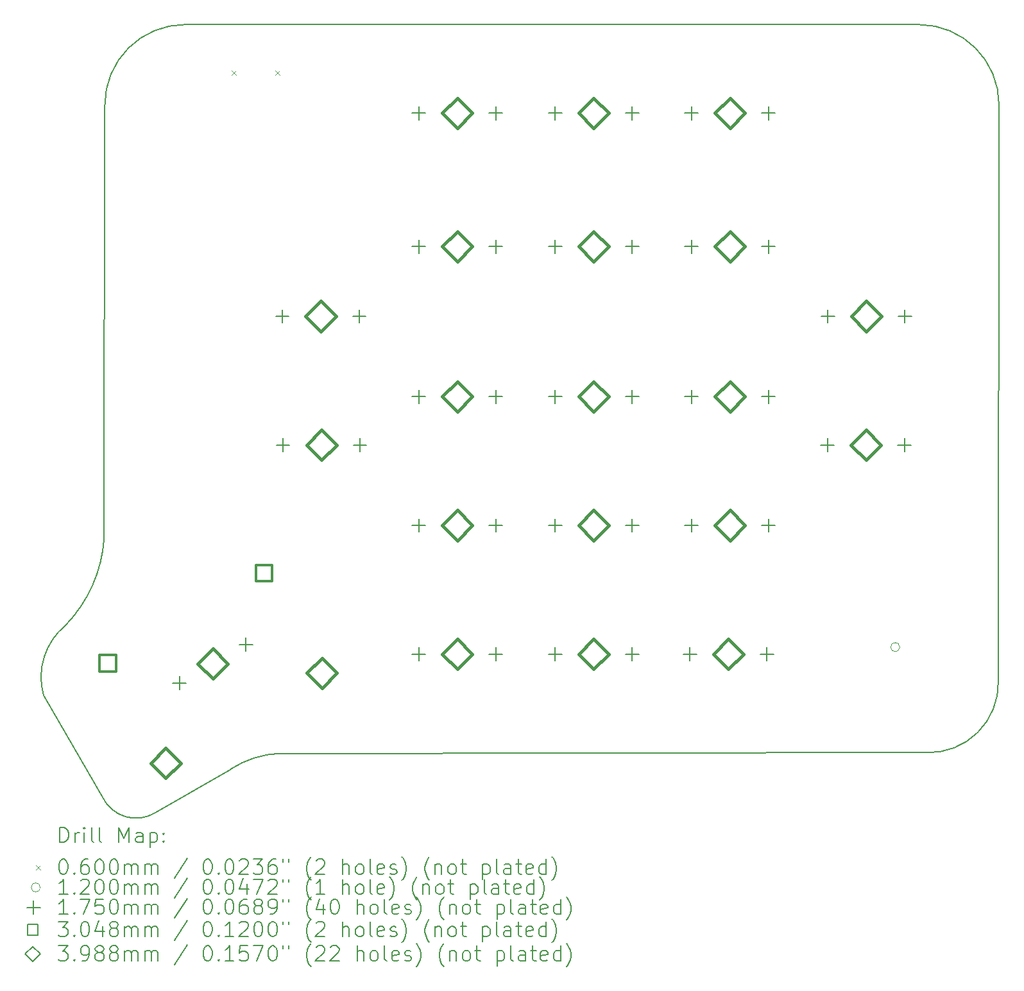
<source format=gbr>
%FSLAX45Y45*%
G04 Gerber Fmt 4.5, Leading zero omitted, Abs format (unit mm)*
G04 Created by KiCad (PCBNEW (6.0.5)) date 2022-06-01 14:18:45*
%MOMM*%
%LPD*%
G01*
G04 APERTURE LIST*
%TA.AperFunction,Profile*%
%ADD10C,0.200000*%
%TD*%
%ADD11C,0.200000*%
%ADD12C,0.060000*%
%ADD13C,0.120000*%
%ADD14C,0.175000*%
%ADD15C,0.304800*%
%ADD16C,0.398780*%
G04 APERTURE END LIST*
D10*
X13960467Y-13830467D02*
G75*
G03*
X14470467Y-12680467I-1307237J1267817D01*
G01*
X14450467Y-16100467D02*
X13670000Y-14750000D01*
X25320467Y-15510469D02*
G75*
G03*
X26270467Y-14570467I30213J919519D01*
G01*
X15540233Y-5900000D02*
X25219767Y-5900000D01*
X15146750Y-16303012D02*
X16134726Y-15732115D01*
X26270467Y-14570467D02*
X26279767Y-6960000D01*
X13960467Y-13830467D02*
G75*
G03*
X13670000Y-14750000I566397J-684560D01*
G01*
X26279770Y-6960000D02*
G75*
G03*
X25219767Y-5900000I-1060010J-10D01*
G01*
X14470467Y-12680467D02*
X14480233Y-6960000D01*
X16790467Y-15520467D02*
X25320467Y-15510467D01*
X15540233Y-5900003D02*
G75*
G03*
X14480233Y-6960000I-3J-1059997D01*
G01*
X16790467Y-15520468D02*
G75*
G03*
X16134726Y-15732115I55013J-1292102D01*
G01*
X14450470Y-16100465D02*
G75*
G03*
X15146750Y-16303012I439470J212685D01*
G01*
D11*
D12*
X16151000Y-6505000D02*
X16211000Y-6565000D01*
X16211000Y-6505000D02*
X16151000Y-6565000D01*
X16729000Y-6505000D02*
X16789000Y-6565000D01*
X16789000Y-6505000D02*
X16729000Y-6565000D01*
D13*
X24969750Y-14117500D02*
G75*
G03*
X24969750Y-14117500I-60000J0D01*
G01*
D14*
X15463564Y-14503644D02*
X15463564Y-14678644D01*
X15376064Y-14591144D02*
X15551064Y-14591144D01*
X16343446Y-13995644D02*
X16343446Y-14170644D01*
X16255946Y-14083144D02*
X16430946Y-14083144D01*
X16822000Y-9662500D02*
X16822000Y-9837500D01*
X16734500Y-9750000D02*
X16909500Y-9750000D01*
X16831500Y-11362500D02*
X16831500Y-11537500D01*
X16744000Y-11450000D02*
X16919000Y-11450000D01*
X17838000Y-9662500D02*
X17838000Y-9837500D01*
X17750500Y-9750000D02*
X17925500Y-9750000D01*
X17847500Y-11362500D02*
X17847500Y-11537500D01*
X17760000Y-11450000D02*
X17935000Y-11450000D01*
X18622000Y-6982500D02*
X18622000Y-7157500D01*
X18534500Y-7070000D02*
X18709500Y-7070000D01*
X18622000Y-8742500D02*
X18622000Y-8917500D01*
X18534500Y-8830000D02*
X18709500Y-8830000D01*
X18622000Y-10722500D02*
X18622000Y-10897500D01*
X18534500Y-10810000D02*
X18709500Y-10810000D01*
X18622000Y-12422500D02*
X18622000Y-12597500D01*
X18534500Y-12510000D02*
X18709500Y-12510000D01*
X18622000Y-14122500D02*
X18622000Y-14297500D01*
X18534500Y-14210000D02*
X18709500Y-14210000D01*
X19638000Y-6982500D02*
X19638000Y-7157500D01*
X19550500Y-7070000D02*
X19725500Y-7070000D01*
X19638000Y-8742500D02*
X19638000Y-8917500D01*
X19550500Y-8830000D02*
X19725500Y-8830000D01*
X19638000Y-10722500D02*
X19638000Y-10897500D01*
X19550500Y-10810000D02*
X19725500Y-10810000D01*
X19638000Y-12422500D02*
X19638000Y-12597500D01*
X19550500Y-12510000D02*
X19725500Y-12510000D01*
X19638000Y-14122500D02*
X19638000Y-14297500D01*
X19550500Y-14210000D02*
X19725500Y-14210000D01*
X20422000Y-6982500D02*
X20422000Y-7157500D01*
X20334500Y-7070000D02*
X20509500Y-7070000D01*
X20422000Y-8742500D02*
X20422000Y-8917500D01*
X20334500Y-8830000D02*
X20509500Y-8830000D01*
X20422000Y-10722500D02*
X20422000Y-10897500D01*
X20334500Y-10810000D02*
X20509500Y-10810000D01*
X20422000Y-12422500D02*
X20422000Y-12597500D01*
X20334500Y-12510000D02*
X20509500Y-12510000D01*
X20422000Y-14122500D02*
X20422000Y-14297500D01*
X20334500Y-14210000D02*
X20509500Y-14210000D01*
X21438000Y-6982500D02*
X21438000Y-7157500D01*
X21350500Y-7070000D02*
X21525500Y-7070000D01*
X21438000Y-8742500D02*
X21438000Y-8917500D01*
X21350500Y-8830000D02*
X21525500Y-8830000D01*
X21438000Y-10722500D02*
X21438000Y-10897500D01*
X21350500Y-10810000D02*
X21525500Y-10810000D01*
X21438000Y-12422500D02*
X21438000Y-12597500D01*
X21350500Y-12510000D02*
X21525500Y-12510000D01*
X21438000Y-14122500D02*
X21438000Y-14297500D01*
X21350500Y-14210000D02*
X21525500Y-14210000D01*
X22200500Y-14122500D02*
X22200500Y-14297500D01*
X22113000Y-14210000D02*
X22288000Y-14210000D01*
X22222000Y-6982500D02*
X22222000Y-7157500D01*
X22134500Y-7070000D02*
X22309500Y-7070000D01*
X22222000Y-8742500D02*
X22222000Y-8917500D01*
X22134500Y-8830000D02*
X22309500Y-8830000D01*
X22222000Y-10722500D02*
X22222000Y-10897500D01*
X22134500Y-10810000D02*
X22309500Y-10810000D01*
X22222000Y-12422500D02*
X22222000Y-12597500D01*
X22134500Y-12510000D02*
X22309500Y-12510000D01*
X23216500Y-14122500D02*
X23216500Y-14297500D01*
X23129000Y-14210000D02*
X23304000Y-14210000D01*
X23238000Y-6982500D02*
X23238000Y-7157500D01*
X23150500Y-7070000D02*
X23325500Y-7070000D01*
X23238000Y-8742500D02*
X23238000Y-8917500D01*
X23150500Y-8830000D02*
X23325500Y-8830000D01*
X23238000Y-10722500D02*
X23238000Y-10897500D01*
X23150500Y-10810000D02*
X23325500Y-10810000D01*
X23238000Y-12422500D02*
X23238000Y-12597500D01*
X23150500Y-12510000D02*
X23325500Y-12510000D01*
X24015500Y-11362500D02*
X24015500Y-11537500D01*
X23928000Y-11450000D02*
X24103000Y-11450000D01*
X24022000Y-9662500D02*
X24022000Y-9837500D01*
X23934500Y-9750000D02*
X24109500Y-9750000D01*
X25031500Y-11362500D02*
X25031500Y-11537500D01*
X24944000Y-11450000D02*
X25119000Y-11450000D01*
X25038000Y-9662500D02*
X25038000Y-9837500D01*
X24950500Y-9750000D02*
X25125500Y-9750000D01*
D15*
X14627869Y-14438625D02*
X14627869Y-14223096D01*
X14412341Y-14223096D01*
X14412341Y-14438625D01*
X14627869Y-14438625D01*
X16690092Y-13248000D02*
X16690092Y-13032471D01*
X16474564Y-13032471D01*
X16474564Y-13248000D01*
X16690092Y-13248000D01*
D16*
X15282105Y-15850073D02*
X15481495Y-15650683D01*
X15282105Y-15451293D01*
X15082715Y-15650683D01*
X15282105Y-15850073D01*
X15903505Y-14536534D02*
X16102895Y-14337144D01*
X15903505Y-14137754D01*
X15704115Y-14337144D01*
X15903505Y-14536534D01*
X17330000Y-9949390D02*
X17529390Y-9750000D01*
X17330000Y-9550610D01*
X17130610Y-9750000D01*
X17330000Y-9949390D01*
X17339500Y-11649390D02*
X17538890Y-11450000D01*
X17339500Y-11250610D01*
X17140110Y-11450000D01*
X17339500Y-11649390D01*
X17344328Y-14659448D02*
X17543718Y-14460058D01*
X17344328Y-14260668D01*
X17144938Y-14460058D01*
X17344328Y-14659448D01*
X19130000Y-7269390D02*
X19329390Y-7070000D01*
X19130000Y-6870610D01*
X18930610Y-7070000D01*
X19130000Y-7269390D01*
X19130000Y-9029390D02*
X19329390Y-8830000D01*
X19130000Y-8630610D01*
X18930610Y-8830000D01*
X19130000Y-9029390D01*
X19130000Y-11009390D02*
X19329390Y-10810000D01*
X19130000Y-10610610D01*
X18930610Y-10810000D01*
X19130000Y-11009390D01*
X19130000Y-12709390D02*
X19329390Y-12510000D01*
X19130000Y-12310610D01*
X18930610Y-12510000D01*
X19130000Y-12709390D01*
X19130000Y-14409390D02*
X19329390Y-14210000D01*
X19130000Y-14010610D01*
X18930610Y-14210000D01*
X19130000Y-14409390D01*
X20930000Y-7269390D02*
X21129390Y-7070000D01*
X20930000Y-6870610D01*
X20730610Y-7070000D01*
X20930000Y-7269390D01*
X20930000Y-9029390D02*
X21129390Y-8830000D01*
X20930000Y-8630610D01*
X20730610Y-8830000D01*
X20930000Y-9029390D01*
X20930000Y-11009390D02*
X21129390Y-10810000D01*
X20930000Y-10610610D01*
X20730610Y-10810000D01*
X20930000Y-11009390D01*
X20930000Y-12709390D02*
X21129390Y-12510000D01*
X20930000Y-12310610D01*
X20730610Y-12510000D01*
X20930000Y-12709390D01*
X20930000Y-14409390D02*
X21129390Y-14210000D01*
X20930000Y-14010610D01*
X20730610Y-14210000D01*
X20930000Y-14409390D01*
X22708500Y-14409390D02*
X22907890Y-14210000D01*
X22708500Y-14010610D01*
X22509110Y-14210000D01*
X22708500Y-14409390D01*
X22730000Y-7269390D02*
X22929390Y-7070000D01*
X22730000Y-6870610D01*
X22530610Y-7070000D01*
X22730000Y-7269390D01*
X22730000Y-9029390D02*
X22929390Y-8830000D01*
X22730000Y-8630610D01*
X22530610Y-8830000D01*
X22730000Y-9029390D01*
X22730000Y-11009390D02*
X22929390Y-10810000D01*
X22730000Y-10610610D01*
X22530610Y-10810000D01*
X22730000Y-11009390D01*
X22730000Y-12709390D02*
X22929390Y-12510000D01*
X22730000Y-12310610D01*
X22530610Y-12510000D01*
X22730000Y-12709390D01*
X24523500Y-11649390D02*
X24722890Y-11450000D01*
X24523500Y-11250610D01*
X24324110Y-11450000D01*
X24523500Y-11649390D01*
X24530000Y-9949390D02*
X24729390Y-9750000D01*
X24530000Y-9550610D01*
X24330610Y-9750000D01*
X24530000Y-9949390D01*
D11*
X13885985Y-16696487D02*
X13885985Y-16496487D01*
X13933604Y-16496487D01*
X13962176Y-16506011D01*
X13981223Y-16525058D01*
X13990747Y-16544106D01*
X14000271Y-16582201D01*
X14000271Y-16610772D01*
X13990747Y-16648868D01*
X13981223Y-16667915D01*
X13962176Y-16686963D01*
X13933604Y-16696487D01*
X13885985Y-16696487D01*
X14085985Y-16696487D02*
X14085985Y-16563153D01*
X14085985Y-16601249D02*
X14095509Y-16582201D01*
X14105033Y-16572677D01*
X14124081Y-16563153D01*
X14143128Y-16563153D01*
X14209795Y-16696487D02*
X14209795Y-16563153D01*
X14209795Y-16496487D02*
X14200271Y-16506011D01*
X14209795Y-16515534D01*
X14219319Y-16506011D01*
X14209795Y-16496487D01*
X14209795Y-16515534D01*
X14333604Y-16696487D02*
X14314557Y-16686963D01*
X14305033Y-16667915D01*
X14305033Y-16496487D01*
X14438366Y-16696487D02*
X14419319Y-16686963D01*
X14409795Y-16667915D01*
X14409795Y-16496487D01*
X14666938Y-16696487D02*
X14666938Y-16496487D01*
X14733604Y-16639344D01*
X14800271Y-16496487D01*
X14800271Y-16696487D01*
X14981223Y-16696487D02*
X14981223Y-16591725D01*
X14971700Y-16572677D01*
X14952652Y-16563153D01*
X14914557Y-16563153D01*
X14895509Y-16572677D01*
X14981223Y-16686963D02*
X14962176Y-16696487D01*
X14914557Y-16696487D01*
X14895509Y-16686963D01*
X14885985Y-16667915D01*
X14885985Y-16648868D01*
X14895509Y-16629820D01*
X14914557Y-16620296D01*
X14962176Y-16620296D01*
X14981223Y-16610772D01*
X15076462Y-16563153D02*
X15076462Y-16763153D01*
X15076462Y-16572677D02*
X15095509Y-16563153D01*
X15133604Y-16563153D01*
X15152652Y-16572677D01*
X15162176Y-16582201D01*
X15171700Y-16601249D01*
X15171700Y-16658391D01*
X15162176Y-16677439D01*
X15152652Y-16686963D01*
X15133604Y-16696487D01*
X15095509Y-16696487D01*
X15076462Y-16686963D01*
X15257414Y-16677439D02*
X15266938Y-16686963D01*
X15257414Y-16696487D01*
X15247890Y-16686963D01*
X15257414Y-16677439D01*
X15257414Y-16696487D01*
X15257414Y-16572677D02*
X15266938Y-16582201D01*
X15257414Y-16591725D01*
X15247890Y-16582201D01*
X15257414Y-16572677D01*
X15257414Y-16591725D01*
D12*
X13568366Y-16996011D02*
X13628366Y-17056011D01*
X13628366Y-16996011D02*
X13568366Y-17056011D01*
D11*
X13924081Y-16916487D02*
X13943128Y-16916487D01*
X13962176Y-16926011D01*
X13971700Y-16935534D01*
X13981223Y-16954582D01*
X13990747Y-16992677D01*
X13990747Y-17040296D01*
X13981223Y-17078392D01*
X13971700Y-17097439D01*
X13962176Y-17106963D01*
X13943128Y-17116487D01*
X13924081Y-17116487D01*
X13905033Y-17106963D01*
X13895509Y-17097439D01*
X13885985Y-17078392D01*
X13876462Y-17040296D01*
X13876462Y-16992677D01*
X13885985Y-16954582D01*
X13895509Y-16935534D01*
X13905033Y-16926011D01*
X13924081Y-16916487D01*
X14076462Y-17097439D02*
X14085985Y-17106963D01*
X14076462Y-17116487D01*
X14066938Y-17106963D01*
X14076462Y-17097439D01*
X14076462Y-17116487D01*
X14257414Y-16916487D02*
X14219319Y-16916487D01*
X14200271Y-16926011D01*
X14190747Y-16935534D01*
X14171700Y-16964106D01*
X14162176Y-17002201D01*
X14162176Y-17078392D01*
X14171700Y-17097439D01*
X14181223Y-17106963D01*
X14200271Y-17116487D01*
X14238366Y-17116487D01*
X14257414Y-17106963D01*
X14266938Y-17097439D01*
X14276462Y-17078392D01*
X14276462Y-17030773D01*
X14266938Y-17011725D01*
X14257414Y-17002201D01*
X14238366Y-16992677D01*
X14200271Y-16992677D01*
X14181223Y-17002201D01*
X14171700Y-17011725D01*
X14162176Y-17030773D01*
X14400271Y-16916487D02*
X14419319Y-16916487D01*
X14438366Y-16926011D01*
X14447890Y-16935534D01*
X14457414Y-16954582D01*
X14466938Y-16992677D01*
X14466938Y-17040296D01*
X14457414Y-17078392D01*
X14447890Y-17097439D01*
X14438366Y-17106963D01*
X14419319Y-17116487D01*
X14400271Y-17116487D01*
X14381223Y-17106963D01*
X14371700Y-17097439D01*
X14362176Y-17078392D01*
X14352652Y-17040296D01*
X14352652Y-16992677D01*
X14362176Y-16954582D01*
X14371700Y-16935534D01*
X14381223Y-16926011D01*
X14400271Y-16916487D01*
X14590747Y-16916487D02*
X14609795Y-16916487D01*
X14628842Y-16926011D01*
X14638366Y-16935534D01*
X14647890Y-16954582D01*
X14657414Y-16992677D01*
X14657414Y-17040296D01*
X14647890Y-17078392D01*
X14638366Y-17097439D01*
X14628842Y-17106963D01*
X14609795Y-17116487D01*
X14590747Y-17116487D01*
X14571700Y-17106963D01*
X14562176Y-17097439D01*
X14552652Y-17078392D01*
X14543128Y-17040296D01*
X14543128Y-16992677D01*
X14552652Y-16954582D01*
X14562176Y-16935534D01*
X14571700Y-16926011D01*
X14590747Y-16916487D01*
X14743128Y-17116487D02*
X14743128Y-16983153D01*
X14743128Y-17002201D02*
X14752652Y-16992677D01*
X14771700Y-16983153D01*
X14800271Y-16983153D01*
X14819319Y-16992677D01*
X14828842Y-17011725D01*
X14828842Y-17116487D01*
X14828842Y-17011725D02*
X14838366Y-16992677D01*
X14857414Y-16983153D01*
X14885985Y-16983153D01*
X14905033Y-16992677D01*
X14914557Y-17011725D01*
X14914557Y-17116487D01*
X15009795Y-17116487D02*
X15009795Y-16983153D01*
X15009795Y-17002201D02*
X15019319Y-16992677D01*
X15038366Y-16983153D01*
X15066938Y-16983153D01*
X15085985Y-16992677D01*
X15095509Y-17011725D01*
X15095509Y-17116487D01*
X15095509Y-17011725D02*
X15105033Y-16992677D01*
X15124081Y-16983153D01*
X15152652Y-16983153D01*
X15171700Y-16992677D01*
X15181223Y-17011725D01*
X15181223Y-17116487D01*
X15571700Y-16906963D02*
X15400271Y-17164106D01*
X15828842Y-16916487D02*
X15847890Y-16916487D01*
X15866938Y-16926011D01*
X15876462Y-16935534D01*
X15885985Y-16954582D01*
X15895509Y-16992677D01*
X15895509Y-17040296D01*
X15885985Y-17078392D01*
X15876462Y-17097439D01*
X15866938Y-17106963D01*
X15847890Y-17116487D01*
X15828842Y-17116487D01*
X15809795Y-17106963D01*
X15800271Y-17097439D01*
X15790747Y-17078392D01*
X15781223Y-17040296D01*
X15781223Y-16992677D01*
X15790747Y-16954582D01*
X15800271Y-16935534D01*
X15809795Y-16926011D01*
X15828842Y-16916487D01*
X15981223Y-17097439D02*
X15990747Y-17106963D01*
X15981223Y-17116487D01*
X15971700Y-17106963D01*
X15981223Y-17097439D01*
X15981223Y-17116487D01*
X16114557Y-16916487D02*
X16133604Y-16916487D01*
X16152652Y-16926011D01*
X16162176Y-16935534D01*
X16171700Y-16954582D01*
X16181223Y-16992677D01*
X16181223Y-17040296D01*
X16171700Y-17078392D01*
X16162176Y-17097439D01*
X16152652Y-17106963D01*
X16133604Y-17116487D01*
X16114557Y-17116487D01*
X16095509Y-17106963D01*
X16085985Y-17097439D01*
X16076462Y-17078392D01*
X16066938Y-17040296D01*
X16066938Y-16992677D01*
X16076462Y-16954582D01*
X16085985Y-16935534D01*
X16095509Y-16926011D01*
X16114557Y-16916487D01*
X16257414Y-16935534D02*
X16266938Y-16926011D01*
X16285985Y-16916487D01*
X16333604Y-16916487D01*
X16352652Y-16926011D01*
X16362176Y-16935534D01*
X16371700Y-16954582D01*
X16371700Y-16973630D01*
X16362176Y-17002201D01*
X16247890Y-17116487D01*
X16371700Y-17116487D01*
X16438366Y-16916487D02*
X16562176Y-16916487D01*
X16495509Y-16992677D01*
X16524081Y-16992677D01*
X16543128Y-17002201D01*
X16552652Y-17011725D01*
X16562176Y-17030773D01*
X16562176Y-17078392D01*
X16552652Y-17097439D01*
X16543128Y-17106963D01*
X16524081Y-17116487D01*
X16466938Y-17116487D01*
X16447890Y-17106963D01*
X16438366Y-17097439D01*
X16733604Y-16916487D02*
X16695509Y-16916487D01*
X16676462Y-16926011D01*
X16666938Y-16935534D01*
X16647890Y-16964106D01*
X16638366Y-17002201D01*
X16638366Y-17078392D01*
X16647890Y-17097439D01*
X16657414Y-17106963D01*
X16676462Y-17116487D01*
X16714557Y-17116487D01*
X16733604Y-17106963D01*
X16743128Y-17097439D01*
X16752652Y-17078392D01*
X16752652Y-17030773D01*
X16743128Y-17011725D01*
X16733604Y-17002201D01*
X16714557Y-16992677D01*
X16676462Y-16992677D01*
X16657414Y-17002201D01*
X16647890Y-17011725D01*
X16638366Y-17030773D01*
X16828843Y-16916487D02*
X16828843Y-16954582D01*
X16905033Y-16916487D02*
X16905033Y-16954582D01*
X17200271Y-17192677D02*
X17190747Y-17183153D01*
X17171700Y-17154582D01*
X17162176Y-17135534D01*
X17152652Y-17106963D01*
X17143128Y-17059344D01*
X17143128Y-17021249D01*
X17152652Y-16973630D01*
X17162176Y-16945058D01*
X17171700Y-16926011D01*
X17190747Y-16897439D01*
X17200271Y-16887915D01*
X17266938Y-16935534D02*
X17276462Y-16926011D01*
X17295509Y-16916487D01*
X17343128Y-16916487D01*
X17362176Y-16926011D01*
X17371700Y-16935534D01*
X17381224Y-16954582D01*
X17381224Y-16973630D01*
X17371700Y-17002201D01*
X17257414Y-17116487D01*
X17381224Y-17116487D01*
X17619319Y-17116487D02*
X17619319Y-16916487D01*
X17705033Y-17116487D02*
X17705033Y-17011725D01*
X17695509Y-16992677D01*
X17676462Y-16983153D01*
X17647890Y-16983153D01*
X17628843Y-16992677D01*
X17619319Y-17002201D01*
X17828843Y-17116487D02*
X17809795Y-17106963D01*
X17800271Y-17097439D01*
X17790747Y-17078392D01*
X17790747Y-17021249D01*
X17800271Y-17002201D01*
X17809795Y-16992677D01*
X17828843Y-16983153D01*
X17857414Y-16983153D01*
X17876462Y-16992677D01*
X17885985Y-17002201D01*
X17895509Y-17021249D01*
X17895509Y-17078392D01*
X17885985Y-17097439D01*
X17876462Y-17106963D01*
X17857414Y-17116487D01*
X17828843Y-17116487D01*
X18009795Y-17116487D02*
X17990747Y-17106963D01*
X17981224Y-17087915D01*
X17981224Y-16916487D01*
X18162176Y-17106963D02*
X18143128Y-17116487D01*
X18105033Y-17116487D01*
X18085985Y-17106963D01*
X18076462Y-17087915D01*
X18076462Y-17011725D01*
X18085985Y-16992677D01*
X18105033Y-16983153D01*
X18143128Y-16983153D01*
X18162176Y-16992677D01*
X18171700Y-17011725D01*
X18171700Y-17030773D01*
X18076462Y-17049820D01*
X18247890Y-17106963D02*
X18266938Y-17116487D01*
X18305033Y-17116487D01*
X18324081Y-17106963D01*
X18333604Y-17087915D01*
X18333604Y-17078392D01*
X18324081Y-17059344D01*
X18305033Y-17049820D01*
X18276462Y-17049820D01*
X18257414Y-17040296D01*
X18247890Y-17021249D01*
X18247890Y-17011725D01*
X18257414Y-16992677D01*
X18276462Y-16983153D01*
X18305033Y-16983153D01*
X18324081Y-16992677D01*
X18400271Y-17192677D02*
X18409795Y-17183153D01*
X18428843Y-17154582D01*
X18438366Y-17135534D01*
X18447890Y-17106963D01*
X18457414Y-17059344D01*
X18457414Y-17021249D01*
X18447890Y-16973630D01*
X18438366Y-16945058D01*
X18428843Y-16926011D01*
X18409795Y-16897439D01*
X18400271Y-16887915D01*
X18762176Y-17192677D02*
X18752652Y-17183153D01*
X18733604Y-17154582D01*
X18724081Y-17135534D01*
X18714557Y-17106963D01*
X18705033Y-17059344D01*
X18705033Y-17021249D01*
X18714557Y-16973630D01*
X18724081Y-16945058D01*
X18733604Y-16926011D01*
X18752652Y-16897439D01*
X18762176Y-16887915D01*
X18838366Y-16983153D02*
X18838366Y-17116487D01*
X18838366Y-17002201D02*
X18847890Y-16992677D01*
X18866938Y-16983153D01*
X18895509Y-16983153D01*
X18914557Y-16992677D01*
X18924081Y-17011725D01*
X18924081Y-17116487D01*
X19047890Y-17116487D02*
X19028843Y-17106963D01*
X19019319Y-17097439D01*
X19009795Y-17078392D01*
X19009795Y-17021249D01*
X19019319Y-17002201D01*
X19028843Y-16992677D01*
X19047890Y-16983153D01*
X19076462Y-16983153D01*
X19095509Y-16992677D01*
X19105033Y-17002201D01*
X19114557Y-17021249D01*
X19114557Y-17078392D01*
X19105033Y-17097439D01*
X19095509Y-17106963D01*
X19076462Y-17116487D01*
X19047890Y-17116487D01*
X19171700Y-16983153D02*
X19247890Y-16983153D01*
X19200271Y-16916487D02*
X19200271Y-17087915D01*
X19209795Y-17106963D01*
X19228843Y-17116487D01*
X19247890Y-17116487D01*
X19466938Y-16983153D02*
X19466938Y-17183153D01*
X19466938Y-16992677D02*
X19485985Y-16983153D01*
X19524081Y-16983153D01*
X19543128Y-16992677D01*
X19552652Y-17002201D01*
X19562176Y-17021249D01*
X19562176Y-17078392D01*
X19552652Y-17097439D01*
X19543128Y-17106963D01*
X19524081Y-17116487D01*
X19485985Y-17116487D01*
X19466938Y-17106963D01*
X19676462Y-17116487D02*
X19657414Y-17106963D01*
X19647890Y-17087915D01*
X19647890Y-16916487D01*
X19838366Y-17116487D02*
X19838366Y-17011725D01*
X19828843Y-16992677D01*
X19809795Y-16983153D01*
X19771700Y-16983153D01*
X19752652Y-16992677D01*
X19838366Y-17106963D02*
X19819319Y-17116487D01*
X19771700Y-17116487D01*
X19752652Y-17106963D01*
X19743128Y-17087915D01*
X19743128Y-17068868D01*
X19752652Y-17049820D01*
X19771700Y-17040296D01*
X19819319Y-17040296D01*
X19838366Y-17030773D01*
X19905033Y-16983153D02*
X19981224Y-16983153D01*
X19933604Y-16916487D02*
X19933604Y-17087915D01*
X19943128Y-17106963D01*
X19962176Y-17116487D01*
X19981224Y-17116487D01*
X20124081Y-17106963D02*
X20105033Y-17116487D01*
X20066938Y-17116487D01*
X20047890Y-17106963D01*
X20038366Y-17087915D01*
X20038366Y-17011725D01*
X20047890Y-16992677D01*
X20066938Y-16983153D01*
X20105033Y-16983153D01*
X20124081Y-16992677D01*
X20133604Y-17011725D01*
X20133604Y-17030773D01*
X20038366Y-17049820D01*
X20305033Y-17116487D02*
X20305033Y-16916487D01*
X20305033Y-17106963D02*
X20285985Y-17116487D01*
X20247890Y-17116487D01*
X20228843Y-17106963D01*
X20219319Y-17097439D01*
X20209795Y-17078392D01*
X20209795Y-17021249D01*
X20219319Y-17002201D01*
X20228843Y-16992677D01*
X20247890Y-16983153D01*
X20285985Y-16983153D01*
X20305033Y-16992677D01*
X20381224Y-17192677D02*
X20390747Y-17183153D01*
X20409795Y-17154582D01*
X20419319Y-17135534D01*
X20428843Y-17106963D01*
X20438366Y-17059344D01*
X20438366Y-17021249D01*
X20428843Y-16973630D01*
X20419319Y-16945058D01*
X20409795Y-16926011D01*
X20390747Y-16897439D01*
X20381224Y-16887915D01*
D13*
X13628366Y-17290011D02*
G75*
G03*
X13628366Y-17290011I-60000J0D01*
G01*
D11*
X13990747Y-17380487D02*
X13876462Y-17380487D01*
X13933604Y-17380487D02*
X13933604Y-17180487D01*
X13914557Y-17209058D01*
X13895509Y-17228106D01*
X13876462Y-17237630D01*
X14076462Y-17361439D02*
X14085985Y-17370963D01*
X14076462Y-17380487D01*
X14066938Y-17370963D01*
X14076462Y-17361439D01*
X14076462Y-17380487D01*
X14162176Y-17199534D02*
X14171700Y-17190011D01*
X14190747Y-17180487D01*
X14238366Y-17180487D01*
X14257414Y-17190011D01*
X14266938Y-17199534D01*
X14276462Y-17218582D01*
X14276462Y-17237630D01*
X14266938Y-17266201D01*
X14152652Y-17380487D01*
X14276462Y-17380487D01*
X14400271Y-17180487D02*
X14419319Y-17180487D01*
X14438366Y-17190011D01*
X14447890Y-17199534D01*
X14457414Y-17218582D01*
X14466938Y-17256677D01*
X14466938Y-17304296D01*
X14457414Y-17342392D01*
X14447890Y-17361439D01*
X14438366Y-17370963D01*
X14419319Y-17380487D01*
X14400271Y-17380487D01*
X14381223Y-17370963D01*
X14371700Y-17361439D01*
X14362176Y-17342392D01*
X14352652Y-17304296D01*
X14352652Y-17256677D01*
X14362176Y-17218582D01*
X14371700Y-17199534D01*
X14381223Y-17190011D01*
X14400271Y-17180487D01*
X14590747Y-17180487D02*
X14609795Y-17180487D01*
X14628842Y-17190011D01*
X14638366Y-17199534D01*
X14647890Y-17218582D01*
X14657414Y-17256677D01*
X14657414Y-17304296D01*
X14647890Y-17342392D01*
X14638366Y-17361439D01*
X14628842Y-17370963D01*
X14609795Y-17380487D01*
X14590747Y-17380487D01*
X14571700Y-17370963D01*
X14562176Y-17361439D01*
X14552652Y-17342392D01*
X14543128Y-17304296D01*
X14543128Y-17256677D01*
X14552652Y-17218582D01*
X14562176Y-17199534D01*
X14571700Y-17190011D01*
X14590747Y-17180487D01*
X14743128Y-17380487D02*
X14743128Y-17247153D01*
X14743128Y-17266201D02*
X14752652Y-17256677D01*
X14771700Y-17247153D01*
X14800271Y-17247153D01*
X14819319Y-17256677D01*
X14828842Y-17275725D01*
X14828842Y-17380487D01*
X14828842Y-17275725D02*
X14838366Y-17256677D01*
X14857414Y-17247153D01*
X14885985Y-17247153D01*
X14905033Y-17256677D01*
X14914557Y-17275725D01*
X14914557Y-17380487D01*
X15009795Y-17380487D02*
X15009795Y-17247153D01*
X15009795Y-17266201D02*
X15019319Y-17256677D01*
X15038366Y-17247153D01*
X15066938Y-17247153D01*
X15085985Y-17256677D01*
X15095509Y-17275725D01*
X15095509Y-17380487D01*
X15095509Y-17275725D02*
X15105033Y-17256677D01*
X15124081Y-17247153D01*
X15152652Y-17247153D01*
X15171700Y-17256677D01*
X15181223Y-17275725D01*
X15181223Y-17380487D01*
X15571700Y-17170963D02*
X15400271Y-17428106D01*
X15828842Y-17180487D02*
X15847890Y-17180487D01*
X15866938Y-17190011D01*
X15876462Y-17199534D01*
X15885985Y-17218582D01*
X15895509Y-17256677D01*
X15895509Y-17304296D01*
X15885985Y-17342392D01*
X15876462Y-17361439D01*
X15866938Y-17370963D01*
X15847890Y-17380487D01*
X15828842Y-17380487D01*
X15809795Y-17370963D01*
X15800271Y-17361439D01*
X15790747Y-17342392D01*
X15781223Y-17304296D01*
X15781223Y-17256677D01*
X15790747Y-17218582D01*
X15800271Y-17199534D01*
X15809795Y-17190011D01*
X15828842Y-17180487D01*
X15981223Y-17361439D02*
X15990747Y-17370963D01*
X15981223Y-17380487D01*
X15971700Y-17370963D01*
X15981223Y-17361439D01*
X15981223Y-17380487D01*
X16114557Y-17180487D02*
X16133604Y-17180487D01*
X16152652Y-17190011D01*
X16162176Y-17199534D01*
X16171700Y-17218582D01*
X16181223Y-17256677D01*
X16181223Y-17304296D01*
X16171700Y-17342392D01*
X16162176Y-17361439D01*
X16152652Y-17370963D01*
X16133604Y-17380487D01*
X16114557Y-17380487D01*
X16095509Y-17370963D01*
X16085985Y-17361439D01*
X16076462Y-17342392D01*
X16066938Y-17304296D01*
X16066938Y-17256677D01*
X16076462Y-17218582D01*
X16085985Y-17199534D01*
X16095509Y-17190011D01*
X16114557Y-17180487D01*
X16352652Y-17247153D02*
X16352652Y-17380487D01*
X16305033Y-17170963D02*
X16257414Y-17313820D01*
X16381223Y-17313820D01*
X16438366Y-17180487D02*
X16571700Y-17180487D01*
X16485985Y-17380487D01*
X16638366Y-17199534D02*
X16647890Y-17190011D01*
X16666938Y-17180487D01*
X16714557Y-17180487D01*
X16733604Y-17190011D01*
X16743128Y-17199534D01*
X16752652Y-17218582D01*
X16752652Y-17237630D01*
X16743128Y-17266201D01*
X16628842Y-17380487D01*
X16752652Y-17380487D01*
X16828843Y-17180487D02*
X16828843Y-17218582D01*
X16905033Y-17180487D02*
X16905033Y-17218582D01*
X17200271Y-17456677D02*
X17190747Y-17447153D01*
X17171700Y-17418582D01*
X17162176Y-17399534D01*
X17152652Y-17370963D01*
X17143128Y-17323344D01*
X17143128Y-17285249D01*
X17152652Y-17237630D01*
X17162176Y-17209058D01*
X17171700Y-17190011D01*
X17190747Y-17161439D01*
X17200271Y-17151915D01*
X17381224Y-17380487D02*
X17266938Y-17380487D01*
X17324081Y-17380487D02*
X17324081Y-17180487D01*
X17305033Y-17209058D01*
X17285985Y-17228106D01*
X17266938Y-17237630D01*
X17619319Y-17380487D02*
X17619319Y-17180487D01*
X17705033Y-17380487D02*
X17705033Y-17275725D01*
X17695509Y-17256677D01*
X17676462Y-17247153D01*
X17647890Y-17247153D01*
X17628843Y-17256677D01*
X17619319Y-17266201D01*
X17828843Y-17380487D02*
X17809795Y-17370963D01*
X17800271Y-17361439D01*
X17790747Y-17342392D01*
X17790747Y-17285249D01*
X17800271Y-17266201D01*
X17809795Y-17256677D01*
X17828843Y-17247153D01*
X17857414Y-17247153D01*
X17876462Y-17256677D01*
X17885985Y-17266201D01*
X17895509Y-17285249D01*
X17895509Y-17342392D01*
X17885985Y-17361439D01*
X17876462Y-17370963D01*
X17857414Y-17380487D01*
X17828843Y-17380487D01*
X18009795Y-17380487D02*
X17990747Y-17370963D01*
X17981224Y-17351915D01*
X17981224Y-17180487D01*
X18162176Y-17370963D02*
X18143128Y-17380487D01*
X18105033Y-17380487D01*
X18085985Y-17370963D01*
X18076462Y-17351915D01*
X18076462Y-17275725D01*
X18085985Y-17256677D01*
X18105033Y-17247153D01*
X18143128Y-17247153D01*
X18162176Y-17256677D01*
X18171700Y-17275725D01*
X18171700Y-17294773D01*
X18076462Y-17313820D01*
X18238366Y-17456677D02*
X18247890Y-17447153D01*
X18266938Y-17418582D01*
X18276462Y-17399534D01*
X18285985Y-17370963D01*
X18295509Y-17323344D01*
X18295509Y-17285249D01*
X18285985Y-17237630D01*
X18276462Y-17209058D01*
X18266938Y-17190011D01*
X18247890Y-17161439D01*
X18238366Y-17151915D01*
X18600271Y-17456677D02*
X18590747Y-17447153D01*
X18571700Y-17418582D01*
X18562176Y-17399534D01*
X18552652Y-17370963D01*
X18543128Y-17323344D01*
X18543128Y-17285249D01*
X18552652Y-17237630D01*
X18562176Y-17209058D01*
X18571700Y-17190011D01*
X18590747Y-17161439D01*
X18600271Y-17151915D01*
X18676462Y-17247153D02*
X18676462Y-17380487D01*
X18676462Y-17266201D02*
X18685985Y-17256677D01*
X18705033Y-17247153D01*
X18733604Y-17247153D01*
X18752652Y-17256677D01*
X18762176Y-17275725D01*
X18762176Y-17380487D01*
X18885985Y-17380487D02*
X18866938Y-17370963D01*
X18857414Y-17361439D01*
X18847890Y-17342392D01*
X18847890Y-17285249D01*
X18857414Y-17266201D01*
X18866938Y-17256677D01*
X18885985Y-17247153D01*
X18914557Y-17247153D01*
X18933604Y-17256677D01*
X18943128Y-17266201D01*
X18952652Y-17285249D01*
X18952652Y-17342392D01*
X18943128Y-17361439D01*
X18933604Y-17370963D01*
X18914557Y-17380487D01*
X18885985Y-17380487D01*
X19009795Y-17247153D02*
X19085985Y-17247153D01*
X19038366Y-17180487D02*
X19038366Y-17351915D01*
X19047890Y-17370963D01*
X19066938Y-17380487D01*
X19085985Y-17380487D01*
X19305033Y-17247153D02*
X19305033Y-17447153D01*
X19305033Y-17256677D02*
X19324081Y-17247153D01*
X19362176Y-17247153D01*
X19381224Y-17256677D01*
X19390747Y-17266201D01*
X19400271Y-17285249D01*
X19400271Y-17342392D01*
X19390747Y-17361439D01*
X19381224Y-17370963D01*
X19362176Y-17380487D01*
X19324081Y-17380487D01*
X19305033Y-17370963D01*
X19514557Y-17380487D02*
X19495509Y-17370963D01*
X19485985Y-17351915D01*
X19485985Y-17180487D01*
X19676462Y-17380487D02*
X19676462Y-17275725D01*
X19666938Y-17256677D01*
X19647890Y-17247153D01*
X19609795Y-17247153D01*
X19590747Y-17256677D01*
X19676462Y-17370963D02*
X19657414Y-17380487D01*
X19609795Y-17380487D01*
X19590747Y-17370963D01*
X19581224Y-17351915D01*
X19581224Y-17332868D01*
X19590747Y-17313820D01*
X19609795Y-17304296D01*
X19657414Y-17304296D01*
X19676462Y-17294773D01*
X19743128Y-17247153D02*
X19819319Y-17247153D01*
X19771700Y-17180487D02*
X19771700Y-17351915D01*
X19781224Y-17370963D01*
X19800271Y-17380487D01*
X19819319Y-17380487D01*
X19962176Y-17370963D02*
X19943128Y-17380487D01*
X19905033Y-17380487D01*
X19885985Y-17370963D01*
X19876462Y-17351915D01*
X19876462Y-17275725D01*
X19885985Y-17256677D01*
X19905033Y-17247153D01*
X19943128Y-17247153D01*
X19962176Y-17256677D01*
X19971700Y-17275725D01*
X19971700Y-17294773D01*
X19876462Y-17313820D01*
X20143128Y-17380487D02*
X20143128Y-17180487D01*
X20143128Y-17370963D02*
X20124081Y-17380487D01*
X20085985Y-17380487D01*
X20066938Y-17370963D01*
X20057414Y-17361439D01*
X20047890Y-17342392D01*
X20047890Y-17285249D01*
X20057414Y-17266201D01*
X20066938Y-17256677D01*
X20085985Y-17247153D01*
X20124081Y-17247153D01*
X20143128Y-17256677D01*
X20219319Y-17456677D02*
X20228843Y-17447153D01*
X20247890Y-17418582D01*
X20257414Y-17399534D01*
X20266938Y-17370963D01*
X20276462Y-17323344D01*
X20276462Y-17285249D01*
X20266938Y-17237630D01*
X20257414Y-17209058D01*
X20247890Y-17190011D01*
X20228843Y-17161439D01*
X20219319Y-17151915D01*
D14*
X13540866Y-17466511D02*
X13540866Y-17641511D01*
X13453366Y-17554011D02*
X13628366Y-17554011D01*
D11*
X13990747Y-17644487D02*
X13876462Y-17644487D01*
X13933604Y-17644487D02*
X13933604Y-17444487D01*
X13914557Y-17473058D01*
X13895509Y-17492106D01*
X13876462Y-17501630D01*
X14076462Y-17625439D02*
X14085985Y-17634963D01*
X14076462Y-17644487D01*
X14066938Y-17634963D01*
X14076462Y-17625439D01*
X14076462Y-17644487D01*
X14152652Y-17444487D02*
X14285985Y-17444487D01*
X14200271Y-17644487D01*
X14457414Y-17444487D02*
X14362176Y-17444487D01*
X14352652Y-17539725D01*
X14362176Y-17530201D01*
X14381223Y-17520677D01*
X14428842Y-17520677D01*
X14447890Y-17530201D01*
X14457414Y-17539725D01*
X14466938Y-17558773D01*
X14466938Y-17606392D01*
X14457414Y-17625439D01*
X14447890Y-17634963D01*
X14428842Y-17644487D01*
X14381223Y-17644487D01*
X14362176Y-17634963D01*
X14352652Y-17625439D01*
X14590747Y-17444487D02*
X14609795Y-17444487D01*
X14628842Y-17454011D01*
X14638366Y-17463534D01*
X14647890Y-17482582D01*
X14657414Y-17520677D01*
X14657414Y-17568296D01*
X14647890Y-17606392D01*
X14638366Y-17625439D01*
X14628842Y-17634963D01*
X14609795Y-17644487D01*
X14590747Y-17644487D01*
X14571700Y-17634963D01*
X14562176Y-17625439D01*
X14552652Y-17606392D01*
X14543128Y-17568296D01*
X14543128Y-17520677D01*
X14552652Y-17482582D01*
X14562176Y-17463534D01*
X14571700Y-17454011D01*
X14590747Y-17444487D01*
X14743128Y-17644487D02*
X14743128Y-17511153D01*
X14743128Y-17530201D02*
X14752652Y-17520677D01*
X14771700Y-17511153D01*
X14800271Y-17511153D01*
X14819319Y-17520677D01*
X14828842Y-17539725D01*
X14828842Y-17644487D01*
X14828842Y-17539725D02*
X14838366Y-17520677D01*
X14857414Y-17511153D01*
X14885985Y-17511153D01*
X14905033Y-17520677D01*
X14914557Y-17539725D01*
X14914557Y-17644487D01*
X15009795Y-17644487D02*
X15009795Y-17511153D01*
X15009795Y-17530201D02*
X15019319Y-17520677D01*
X15038366Y-17511153D01*
X15066938Y-17511153D01*
X15085985Y-17520677D01*
X15095509Y-17539725D01*
X15095509Y-17644487D01*
X15095509Y-17539725D02*
X15105033Y-17520677D01*
X15124081Y-17511153D01*
X15152652Y-17511153D01*
X15171700Y-17520677D01*
X15181223Y-17539725D01*
X15181223Y-17644487D01*
X15571700Y-17434963D02*
X15400271Y-17692106D01*
X15828842Y-17444487D02*
X15847890Y-17444487D01*
X15866938Y-17454011D01*
X15876462Y-17463534D01*
X15885985Y-17482582D01*
X15895509Y-17520677D01*
X15895509Y-17568296D01*
X15885985Y-17606392D01*
X15876462Y-17625439D01*
X15866938Y-17634963D01*
X15847890Y-17644487D01*
X15828842Y-17644487D01*
X15809795Y-17634963D01*
X15800271Y-17625439D01*
X15790747Y-17606392D01*
X15781223Y-17568296D01*
X15781223Y-17520677D01*
X15790747Y-17482582D01*
X15800271Y-17463534D01*
X15809795Y-17454011D01*
X15828842Y-17444487D01*
X15981223Y-17625439D02*
X15990747Y-17634963D01*
X15981223Y-17644487D01*
X15971700Y-17634963D01*
X15981223Y-17625439D01*
X15981223Y-17644487D01*
X16114557Y-17444487D02*
X16133604Y-17444487D01*
X16152652Y-17454011D01*
X16162176Y-17463534D01*
X16171700Y-17482582D01*
X16181223Y-17520677D01*
X16181223Y-17568296D01*
X16171700Y-17606392D01*
X16162176Y-17625439D01*
X16152652Y-17634963D01*
X16133604Y-17644487D01*
X16114557Y-17644487D01*
X16095509Y-17634963D01*
X16085985Y-17625439D01*
X16076462Y-17606392D01*
X16066938Y-17568296D01*
X16066938Y-17520677D01*
X16076462Y-17482582D01*
X16085985Y-17463534D01*
X16095509Y-17454011D01*
X16114557Y-17444487D01*
X16352652Y-17444487D02*
X16314557Y-17444487D01*
X16295509Y-17454011D01*
X16285985Y-17463534D01*
X16266938Y-17492106D01*
X16257414Y-17530201D01*
X16257414Y-17606392D01*
X16266938Y-17625439D01*
X16276462Y-17634963D01*
X16295509Y-17644487D01*
X16333604Y-17644487D01*
X16352652Y-17634963D01*
X16362176Y-17625439D01*
X16371700Y-17606392D01*
X16371700Y-17558773D01*
X16362176Y-17539725D01*
X16352652Y-17530201D01*
X16333604Y-17520677D01*
X16295509Y-17520677D01*
X16276462Y-17530201D01*
X16266938Y-17539725D01*
X16257414Y-17558773D01*
X16485985Y-17530201D02*
X16466938Y-17520677D01*
X16457414Y-17511153D01*
X16447890Y-17492106D01*
X16447890Y-17482582D01*
X16457414Y-17463534D01*
X16466938Y-17454011D01*
X16485985Y-17444487D01*
X16524081Y-17444487D01*
X16543128Y-17454011D01*
X16552652Y-17463534D01*
X16562176Y-17482582D01*
X16562176Y-17492106D01*
X16552652Y-17511153D01*
X16543128Y-17520677D01*
X16524081Y-17530201D01*
X16485985Y-17530201D01*
X16466938Y-17539725D01*
X16457414Y-17549249D01*
X16447890Y-17568296D01*
X16447890Y-17606392D01*
X16457414Y-17625439D01*
X16466938Y-17634963D01*
X16485985Y-17644487D01*
X16524081Y-17644487D01*
X16543128Y-17634963D01*
X16552652Y-17625439D01*
X16562176Y-17606392D01*
X16562176Y-17568296D01*
X16552652Y-17549249D01*
X16543128Y-17539725D01*
X16524081Y-17530201D01*
X16657414Y-17644487D02*
X16695509Y-17644487D01*
X16714557Y-17634963D01*
X16724081Y-17625439D01*
X16743128Y-17596868D01*
X16752652Y-17558773D01*
X16752652Y-17482582D01*
X16743128Y-17463534D01*
X16733604Y-17454011D01*
X16714557Y-17444487D01*
X16676462Y-17444487D01*
X16657414Y-17454011D01*
X16647890Y-17463534D01*
X16638366Y-17482582D01*
X16638366Y-17530201D01*
X16647890Y-17549249D01*
X16657414Y-17558773D01*
X16676462Y-17568296D01*
X16714557Y-17568296D01*
X16733604Y-17558773D01*
X16743128Y-17549249D01*
X16752652Y-17530201D01*
X16828843Y-17444487D02*
X16828843Y-17482582D01*
X16905033Y-17444487D02*
X16905033Y-17482582D01*
X17200271Y-17720677D02*
X17190747Y-17711153D01*
X17171700Y-17682582D01*
X17162176Y-17663534D01*
X17152652Y-17634963D01*
X17143128Y-17587344D01*
X17143128Y-17549249D01*
X17152652Y-17501630D01*
X17162176Y-17473058D01*
X17171700Y-17454011D01*
X17190747Y-17425439D01*
X17200271Y-17415915D01*
X17362176Y-17511153D02*
X17362176Y-17644487D01*
X17314557Y-17434963D02*
X17266938Y-17577820D01*
X17390747Y-17577820D01*
X17505033Y-17444487D02*
X17524081Y-17444487D01*
X17543128Y-17454011D01*
X17552652Y-17463534D01*
X17562176Y-17482582D01*
X17571700Y-17520677D01*
X17571700Y-17568296D01*
X17562176Y-17606392D01*
X17552652Y-17625439D01*
X17543128Y-17634963D01*
X17524081Y-17644487D01*
X17505033Y-17644487D01*
X17485985Y-17634963D01*
X17476462Y-17625439D01*
X17466938Y-17606392D01*
X17457414Y-17568296D01*
X17457414Y-17520677D01*
X17466938Y-17482582D01*
X17476462Y-17463534D01*
X17485985Y-17454011D01*
X17505033Y-17444487D01*
X17809795Y-17644487D02*
X17809795Y-17444487D01*
X17895509Y-17644487D02*
X17895509Y-17539725D01*
X17885985Y-17520677D01*
X17866938Y-17511153D01*
X17838366Y-17511153D01*
X17819319Y-17520677D01*
X17809795Y-17530201D01*
X18019319Y-17644487D02*
X18000271Y-17634963D01*
X17990747Y-17625439D01*
X17981224Y-17606392D01*
X17981224Y-17549249D01*
X17990747Y-17530201D01*
X18000271Y-17520677D01*
X18019319Y-17511153D01*
X18047890Y-17511153D01*
X18066938Y-17520677D01*
X18076462Y-17530201D01*
X18085985Y-17549249D01*
X18085985Y-17606392D01*
X18076462Y-17625439D01*
X18066938Y-17634963D01*
X18047890Y-17644487D01*
X18019319Y-17644487D01*
X18200271Y-17644487D02*
X18181224Y-17634963D01*
X18171700Y-17615915D01*
X18171700Y-17444487D01*
X18352652Y-17634963D02*
X18333604Y-17644487D01*
X18295509Y-17644487D01*
X18276462Y-17634963D01*
X18266938Y-17615915D01*
X18266938Y-17539725D01*
X18276462Y-17520677D01*
X18295509Y-17511153D01*
X18333604Y-17511153D01*
X18352652Y-17520677D01*
X18362176Y-17539725D01*
X18362176Y-17558773D01*
X18266938Y-17577820D01*
X18438366Y-17634963D02*
X18457414Y-17644487D01*
X18495509Y-17644487D01*
X18514557Y-17634963D01*
X18524081Y-17615915D01*
X18524081Y-17606392D01*
X18514557Y-17587344D01*
X18495509Y-17577820D01*
X18466938Y-17577820D01*
X18447890Y-17568296D01*
X18438366Y-17549249D01*
X18438366Y-17539725D01*
X18447890Y-17520677D01*
X18466938Y-17511153D01*
X18495509Y-17511153D01*
X18514557Y-17520677D01*
X18590747Y-17720677D02*
X18600271Y-17711153D01*
X18619319Y-17682582D01*
X18628843Y-17663534D01*
X18638366Y-17634963D01*
X18647890Y-17587344D01*
X18647890Y-17549249D01*
X18638366Y-17501630D01*
X18628843Y-17473058D01*
X18619319Y-17454011D01*
X18600271Y-17425439D01*
X18590747Y-17415915D01*
X18952652Y-17720677D02*
X18943128Y-17711153D01*
X18924081Y-17682582D01*
X18914557Y-17663534D01*
X18905033Y-17634963D01*
X18895509Y-17587344D01*
X18895509Y-17549249D01*
X18905033Y-17501630D01*
X18914557Y-17473058D01*
X18924081Y-17454011D01*
X18943128Y-17425439D01*
X18952652Y-17415915D01*
X19028843Y-17511153D02*
X19028843Y-17644487D01*
X19028843Y-17530201D02*
X19038366Y-17520677D01*
X19057414Y-17511153D01*
X19085985Y-17511153D01*
X19105033Y-17520677D01*
X19114557Y-17539725D01*
X19114557Y-17644487D01*
X19238366Y-17644487D02*
X19219319Y-17634963D01*
X19209795Y-17625439D01*
X19200271Y-17606392D01*
X19200271Y-17549249D01*
X19209795Y-17530201D01*
X19219319Y-17520677D01*
X19238366Y-17511153D01*
X19266938Y-17511153D01*
X19285985Y-17520677D01*
X19295509Y-17530201D01*
X19305033Y-17549249D01*
X19305033Y-17606392D01*
X19295509Y-17625439D01*
X19285985Y-17634963D01*
X19266938Y-17644487D01*
X19238366Y-17644487D01*
X19362176Y-17511153D02*
X19438366Y-17511153D01*
X19390747Y-17444487D02*
X19390747Y-17615915D01*
X19400271Y-17634963D01*
X19419319Y-17644487D01*
X19438366Y-17644487D01*
X19657414Y-17511153D02*
X19657414Y-17711153D01*
X19657414Y-17520677D02*
X19676462Y-17511153D01*
X19714557Y-17511153D01*
X19733604Y-17520677D01*
X19743128Y-17530201D01*
X19752652Y-17549249D01*
X19752652Y-17606392D01*
X19743128Y-17625439D01*
X19733604Y-17634963D01*
X19714557Y-17644487D01*
X19676462Y-17644487D01*
X19657414Y-17634963D01*
X19866938Y-17644487D02*
X19847890Y-17634963D01*
X19838366Y-17615915D01*
X19838366Y-17444487D01*
X20028843Y-17644487D02*
X20028843Y-17539725D01*
X20019319Y-17520677D01*
X20000271Y-17511153D01*
X19962176Y-17511153D01*
X19943128Y-17520677D01*
X20028843Y-17634963D02*
X20009795Y-17644487D01*
X19962176Y-17644487D01*
X19943128Y-17634963D01*
X19933604Y-17615915D01*
X19933604Y-17596868D01*
X19943128Y-17577820D01*
X19962176Y-17568296D01*
X20009795Y-17568296D01*
X20028843Y-17558773D01*
X20095509Y-17511153D02*
X20171700Y-17511153D01*
X20124081Y-17444487D02*
X20124081Y-17615915D01*
X20133604Y-17634963D01*
X20152652Y-17644487D01*
X20171700Y-17644487D01*
X20314557Y-17634963D02*
X20295509Y-17644487D01*
X20257414Y-17644487D01*
X20238366Y-17634963D01*
X20228843Y-17615915D01*
X20228843Y-17539725D01*
X20238366Y-17520677D01*
X20257414Y-17511153D01*
X20295509Y-17511153D01*
X20314557Y-17520677D01*
X20324081Y-17539725D01*
X20324081Y-17558773D01*
X20228843Y-17577820D01*
X20495509Y-17644487D02*
X20495509Y-17444487D01*
X20495509Y-17634963D02*
X20476462Y-17644487D01*
X20438366Y-17644487D01*
X20419319Y-17634963D01*
X20409795Y-17625439D01*
X20400271Y-17606392D01*
X20400271Y-17549249D01*
X20409795Y-17530201D01*
X20419319Y-17520677D01*
X20438366Y-17511153D01*
X20476462Y-17511153D01*
X20495509Y-17520677D01*
X20571700Y-17720677D02*
X20581224Y-17711153D01*
X20600271Y-17682582D01*
X20609795Y-17663534D01*
X20619319Y-17634963D01*
X20628843Y-17587344D01*
X20628843Y-17549249D01*
X20619319Y-17501630D01*
X20609795Y-17473058D01*
X20600271Y-17454011D01*
X20581224Y-17425439D01*
X20571700Y-17415915D01*
X13599078Y-17919722D02*
X13599078Y-17778299D01*
X13457655Y-17778299D01*
X13457655Y-17919722D01*
X13599078Y-17919722D01*
X13866938Y-17739487D02*
X13990747Y-17739487D01*
X13924081Y-17815677D01*
X13952652Y-17815677D01*
X13971700Y-17825201D01*
X13981223Y-17834725D01*
X13990747Y-17853773D01*
X13990747Y-17901392D01*
X13981223Y-17920439D01*
X13971700Y-17929963D01*
X13952652Y-17939487D01*
X13895509Y-17939487D01*
X13876462Y-17929963D01*
X13866938Y-17920439D01*
X14076462Y-17920439D02*
X14085985Y-17929963D01*
X14076462Y-17939487D01*
X14066938Y-17929963D01*
X14076462Y-17920439D01*
X14076462Y-17939487D01*
X14209795Y-17739487D02*
X14228842Y-17739487D01*
X14247890Y-17749011D01*
X14257414Y-17758534D01*
X14266938Y-17777582D01*
X14276462Y-17815677D01*
X14276462Y-17863296D01*
X14266938Y-17901392D01*
X14257414Y-17920439D01*
X14247890Y-17929963D01*
X14228842Y-17939487D01*
X14209795Y-17939487D01*
X14190747Y-17929963D01*
X14181223Y-17920439D01*
X14171700Y-17901392D01*
X14162176Y-17863296D01*
X14162176Y-17815677D01*
X14171700Y-17777582D01*
X14181223Y-17758534D01*
X14190747Y-17749011D01*
X14209795Y-17739487D01*
X14447890Y-17806153D02*
X14447890Y-17939487D01*
X14400271Y-17729963D02*
X14352652Y-17872820D01*
X14476462Y-17872820D01*
X14581223Y-17825201D02*
X14562176Y-17815677D01*
X14552652Y-17806153D01*
X14543128Y-17787106D01*
X14543128Y-17777582D01*
X14552652Y-17758534D01*
X14562176Y-17749011D01*
X14581223Y-17739487D01*
X14619319Y-17739487D01*
X14638366Y-17749011D01*
X14647890Y-17758534D01*
X14657414Y-17777582D01*
X14657414Y-17787106D01*
X14647890Y-17806153D01*
X14638366Y-17815677D01*
X14619319Y-17825201D01*
X14581223Y-17825201D01*
X14562176Y-17834725D01*
X14552652Y-17844249D01*
X14543128Y-17863296D01*
X14543128Y-17901392D01*
X14552652Y-17920439D01*
X14562176Y-17929963D01*
X14581223Y-17939487D01*
X14619319Y-17939487D01*
X14638366Y-17929963D01*
X14647890Y-17920439D01*
X14657414Y-17901392D01*
X14657414Y-17863296D01*
X14647890Y-17844249D01*
X14638366Y-17834725D01*
X14619319Y-17825201D01*
X14743128Y-17939487D02*
X14743128Y-17806153D01*
X14743128Y-17825201D02*
X14752652Y-17815677D01*
X14771700Y-17806153D01*
X14800271Y-17806153D01*
X14819319Y-17815677D01*
X14828842Y-17834725D01*
X14828842Y-17939487D01*
X14828842Y-17834725D02*
X14838366Y-17815677D01*
X14857414Y-17806153D01*
X14885985Y-17806153D01*
X14905033Y-17815677D01*
X14914557Y-17834725D01*
X14914557Y-17939487D01*
X15009795Y-17939487D02*
X15009795Y-17806153D01*
X15009795Y-17825201D02*
X15019319Y-17815677D01*
X15038366Y-17806153D01*
X15066938Y-17806153D01*
X15085985Y-17815677D01*
X15095509Y-17834725D01*
X15095509Y-17939487D01*
X15095509Y-17834725D02*
X15105033Y-17815677D01*
X15124081Y-17806153D01*
X15152652Y-17806153D01*
X15171700Y-17815677D01*
X15181223Y-17834725D01*
X15181223Y-17939487D01*
X15571700Y-17729963D02*
X15400271Y-17987106D01*
X15828842Y-17739487D02*
X15847890Y-17739487D01*
X15866938Y-17749011D01*
X15876462Y-17758534D01*
X15885985Y-17777582D01*
X15895509Y-17815677D01*
X15895509Y-17863296D01*
X15885985Y-17901392D01*
X15876462Y-17920439D01*
X15866938Y-17929963D01*
X15847890Y-17939487D01*
X15828842Y-17939487D01*
X15809795Y-17929963D01*
X15800271Y-17920439D01*
X15790747Y-17901392D01*
X15781223Y-17863296D01*
X15781223Y-17815677D01*
X15790747Y-17777582D01*
X15800271Y-17758534D01*
X15809795Y-17749011D01*
X15828842Y-17739487D01*
X15981223Y-17920439D02*
X15990747Y-17929963D01*
X15981223Y-17939487D01*
X15971700Y-17929963D01*
X15981223Y-17920439D01*
X15981223Y-17939487D01*
X16181223Y-17939487D02*
X16066938Y-17939487D01*
X16124081Y-17939487D02*
X16124081Y-17739487D01*
X16105033Y-17768058D01*
X16085985Y-17787106D01*
X16066938Y-17796630D01*
X16257414Y-17758534D02*
X16266938Y-17749011D01*
X16285985Y-17739487D01*
X16333604Y-17739487D01*
X16352652Y-17749011D01*
X16362176Y-17758534D01*
X16371700Y-17777582D01*
X16371700Y-17796630D01*
X16362176Y-17825201D01*
X16247890Y-17939487D01*
X16371700Y-17939487D01*
X16495509Y-17739487D02*
X16514557Y-17739487D01*
X16533604Y-17749011D01*
X16543128Y-17758534D01*
X16552652Y-17777582D01*
X16562176Y-17815677D01*
X16562176Y-17863296D01*
X16552652Y-17901392D01*
X16543128Y-17920439D01*
X16533604Y-17929963D01*
X16514557Y-17939487D01*
X16495509Y-17939487D01*
X16476462Y-17929963D01*
X16466938Y-17920439D01*
X16457414Y-17901392D01*
X16447890Y-17863296D01*
X16447890Y-17815677D01*
X16457414Y-17777582D01*
X16466938Y-17758534D01*
X16476462Y-17749011D01*
X16495509Y-17739487D01*
X16685985Y-17739487D02*
X16705033Y-17739487D01*
X16724081Y-17749011D01*
X16733604Y-17758534D01*
X16743128Y-17777582D01*
X16752652Y-17815677D01*
X16752652Y-17863296D01*
X16743128Y-17901392D01*
X16733604Y-17920439D01*
X16724081Y-17929963D01*
X16705033Y-17939487D01*
X16685985Y-17939487D01*
X16666938Y-17929963D01*
X16657414Y-17920439D01*
X16647890Y-17901392D01*
X16638366Y-17863296D01*
X16638366Y-17815677D01*
X16647890Y-17777582D01*
X16657414Y-17758534D01*
X16666938Y-17749011D01*
X16685985Y-17739487D01*
X16828843Y-17739487D02*
X16828843Y-17777582D01*
X16905033Y-17739487D02*
X16905033Y-17777582D01*
X17200271Y-18015677D02*
X17190747Y-18006153D01*
X17171700Y-17977582D01*
X17162176Y-17958534D01*
X17152652Y-17929963D01*
X17143128Y-17882344D01*
X17143128Y-17844249D01*
X17152652Y-17796630D01*
X17162176Y-17768058D01*
X17171700Y-17749011D01*
X17190747Y-17720439D01*
X17200271Y-17710915D01*
X17266938Y-17758534D02*
X17276462Y-17749011D01*
X17295509Y-17739487D01*
X17343128Y-17739487D01*
X17362176Y-17749011D01*
X17371700Y-17758534D01*
X17381224Y-17777582D01*
X17381224Y-17796630D01*
X17371700Y-17825201D01*
X17257414Y-17939487D01*
X17381224Y-17939487D01*
X17619319Y-17939487D02*
X17619319Y-17739487D01*
X17705033Y-17939487D02*
X17705033Y-17834725D01*
X17695509Y-17815677D01*
X17676462Y-17806153D01*
X17647890Y-17806153D01*
X17628843Y-17815677D01*
X17619319Y-17825201D01*
X17828843Y-17939487D02*
X17809795Y-17929963D01*
X17800271Y-17920439D01*
X17790747Y-17901392D01*
X17790747Y-17844249D01*
X17800271Y-17825201D01*
X17809795Y-17815677D01*
X17828843Y-17806153D01*
X17857414Y-17806153D01*
X17876462Y-17815677D01*
X17885985Y-17825201D01*
X17895509Y-17844249D01*
X17895509Y-17901392D01*
X17885985Y-17920439D01*
X17876462Y-17929963D01*
X17857414Y-17939487D01*
X17828843Y-17939487D01*
X18009795Y-17939487D02*
X17990747Y-17929963D01*
X17981224Y-17910915D01*
X17981224Y-17739487D01*
X18162176Y-17929963D02*
X18143128Y-17939487D01*
X18105033Y-17939487D01*
X18085985Y-17929963D01*
X18076462Y-17910915D01*
X18076462Y-17834725D01*
X18085985Y-17815677D01*
X18105033Y-17806153D01*
X18143128Y-17806153D01*
X18162176Y-17815677D01*
X18171700Y-17834725D01*
X18171700Y-17853773D01*
X18076462Y-17872820D01*
X18247890Y-17929963D02*
X18266938Y-17939487D01*
X18305033Y-17939487D01*
X18324081Y-17929963D01*
X18333604Y-17910915D01*
X18333604Y-17901392D01*
X18324081Y-17882344D01*
X18305033Y-17872820D01*
X18276462Y-17872820D01*
X18257414Y-17863296D01*
X18247890Y-17844249D01*
X18247890Y-17834725D01*
X18257414Y-17815677D01*
X18276462Y-17806153D01*
X18305033Y-17806153D01*
X18324081Y-17815677D01*
X18400271Y-18015677D02*
X18409795Y-18006153D01*
X18428843Y-17977582D01*
X18438366Y-17958534D01*
X18447890Y-17929963D01*
X18457414Y-17882344D01*
X18457414Y-17844249D01*
X18447890Y-17796630D01*
X18438366Y-17768058D01*
X18428843Y-17749011D01*
X18409795Y-17720439D01*
X18400271Y-17710915D01*
X18762176Y-18015677D02*
X18752652Y-18006153D01*
X18733604Y-17977582D01*
X18724081Y-17958534D01*
X18714557Y-17929963D01*
X18705033Y-17882344D01*
X18705033Y-17844249D01*
X18714557Y-17796630D01*
X18724081Y-17768058D01*
X18733604Y-17749011D01*
X18752652Y-17720439D01*
X18762176Y-17710915D01*
X18838366Y-17806153D02*
X18838366Y-17939487D01*
X18838366Y-17825201D02*
X18847890Y-17815677D01*
X18866938Y-17806153D01*
X18895509Y-17806153D01*
X18914557Y-17815677D01*
X18924081Y-17834725D01*
X18924081Y-17939487D01*
X19047890Y-17939487D02*
X19028843Y-17929963D01*
X19019319Y-17920439D01*
X19009795Y-17901392D01*
X19009795Y-17844249D01*
X19019319Y-17825201D01*
X19028843Y-17815677D01*
X19047890Y-17806153D01*
X19076462Y-17806153D01*
X19095509Y-17815677D01*
X19105033Y-17825201D01*
X19114557Y-17844249D01*
X19114557Y-17901392D01*
X19105033Y-17920439D01*
X19095509Y-17929963D01*
X19076462Y-17939487D01*
X19047890Y-17939487D01*
X19171700Y-17806153D02*
X19247890Y-17806153D01*
X19200271Y-17739487D02*
X19200271Y-17910915D01*
X19209795Y-17929963D01*
X19228843Y-17939487D01*
X19247890Y-17939487D01*
X19466938Y-17806153D02*
X19466938Y-18006153D01*
X19466938Y-17815677D02*
X19485985Y-17806153D01*
X19524081Y-17806153D01*
X19543128Y-17815677D01*
X19552652Y-17825201D01*
X19562176Y-17844249D01*
X19562176Y-17901392D01*
X19552652Y-17920439D01*
X19543128Y-17929963D01*
X19524081Y-17939487D01*
X19485985Y-17939487D01*
X19466938Y-17929963D01*
X19676462Y-17939487D02*
X19657414Y-17929963D01*
X19647890Y-17910915D01*
X19647890Y-17739487D01*
X19838366Y-17939487D02*
X19838366Y-17834725D01*
X19828843Y-17815677D01*
X19809795Y-17806153D01*
X19771700Y-17806153D01*
X19752652Y-17815677D01*
X19838366Y-17929963D02*
X19819319Y-17939487D01*
X19771700Y-17939487D01*
X19752652Y-17929963D01*
X19743128Y-17910915D01*
X19743128Y-17891868D01*
X19752652Y-17872820D01*
X19771700Y-17863296D01*
X19819319Y-17863296D01*
X19838366Y-17853773D01*
X19905033Y-17806153D02*
X19981224Y-17806153D01*
X19933604Y-17739487D02*
X19933604Y-17910915D01*
X19943128Y-17929963D01*
X19962176Y-17939487D01*
X19981224Y-17939487D01*
X20124081Y-17929963D02*
X20105033Y-17939487D01*
X20066938Y-17939487D01*
X20047890Y-17929963D01*
X20038366Y-17910915D01*
X20038366Y-17834725D01*
X20047890Y-17815677D01*
X20066938Y-17806153D01*
X20105033Y-17806153D01*
X20124081Y-17815677D01*
X20133604Y-17834725D01*
X20133604Y-17853773D01*
X20038366Y-17872820D01*
X20305033Y-17939487D02*
X20305033Y-17739487D01*
X20305033Y-17929963D02*
X20285985Y-17939487D01*
X20247890Y-17939487D01*
X20228843Y-17929963D01*
X20219319Y-17920439D01*
X20209795Y-17901392D01*
X20209795Y-17844249D01*
X20219319Y-17825201D01*
X20228843Y-17815677D01*
X20247890Y-17806153D01*
X20285985Y-17806153D01*
X20305033Y-17815677D01*
X20381224Y-18015677D02*
X20390747Y-18006153D01*
X20409795Y-17977582D01*
X20419319Y-17958534D01*
X20428843Y-17929963D01*
X20438366Y-17882344D01*
X20438366Y-17844249D01*
X20428843Y-17796630D01*
X20419319Y-17768058D01*
X20409795Y-17749011D01*
X20390747Y-17720439D01*
X20381224Y-17710915D01*
X13528366Y-18269011D02*
X13628366Y-18169011D01*
X13528366Y-18069011D01*
X13428366Y-18169011D01*
X13528366Y-18269011D01*
X13866938Y-18059487D02*
X13990747Y-18059487D01*
X13924081Y-18135677D01*
X13952652Y-18135677D01*
X13971700Y-18145201D01*
X13981223Y-18154725D01*
X13990747Y-18173773D01*
X13990747Y-18221392D01*
X13981223Y-18240439D01*
X13971700Y-18249963D01*
X13952652Y-18259487D01*
X13895509Y-18259487D01*
X13876462Y-18249963D01*
X13866938Y-18240439D01*
X14076462Y-18240439D02*
X14085985Y-18249963D01*
X14076462Y-18259487D01*
X14066938Y-18249963D01*
X14076462Y-18240439D01*
X14076462Y-18259487D01*
X14181223Y-18259487D02*
X14219319Y-18259487D01*
X14238366Y-18249963D01*
X14247890Y-18240439D01*
X14266938Y-18211868D01*
X14276462Y-18173773D01*
X14276462Y-18097582D01*
X14266938Y-18078534D01*
X14257414Y-18069011D01*
X14238366Y-18059487D01*
X14200271Y-18059487D01*
X14181223Y-18069011D01*
X14171700Y-18078534D01*
X14162176Y-18097582D01*
X14162176Y-18145201D01*
X14171700Y-18164249D01*
X14181223Y-18173773D01*
X14200271Y-18183296D01*
X14238366Y-18183296D01*
X14257414Y-18173773D01*
X14266938Y-18164249D01*
X14276462Y-18145201D01*
X14390747Y-18145201D02*
X14371700Y-18135677D01*
X14362176Y-18126153D01*
X14352652Y-18107106D01*
X14352652Y-18097582D01*
X14362176Y-18078534D01*
X14371700Y-18069011D01*
X14390747Y-18059487D01*
X14428842Y-18059487D01*
X14447890Y-18069011D01*
X14457414Y-18078534D01*
X14466938Y-18097582D01*
X14466938Y-18107106D01*
X14457414Y-18126153D01*
X14447890Y-18135677D01*
X14428842Y-18145201D01*
X14390747Y-18145201D01*
X14371700Y-18154725D01*
X14362176Y-18164249D01*
X14352652Y-18183296D01*
X14352652Y-18221392D01*
X14362176Y-18240439D01*
X14371700Y-18249963D01*
X14390747Y-18259487D01*
X14428842Y-18259487D01*
X14447890Y-18249963D01*
X14457414Y-18240439D01*
X14466938Y-18221392D01*
X14466938Y-18183296D01*
X14457414Y-18164249D01*
X14447890Y-18154725D01*
X14428842Y-18145201D01*
X14581223Y-18145201D02*
X14562176Y-18135677D01*
X14552652Y-18126153D01*
X14543128Y-18107106D01*
X14543128Y-18097582D01*
X14552652Y-18078534D01*
X14562176Y-18069011D01*
X14581223Y-18059487D01*
X14619319Y-18059487D01*
X14638366Y-18069011D01*
X14647890Y-18078534D01*
X14657414Y-18097582D01*
X14657414Y-18107106D01*
X14647890Y-18126153D01*
X14638366Y-18135677D01*
X14619319Y-18145201D01*
X14581223Y-18145201D01*
X14562176Y-18154725D01*
X14552652Y-18164249D01*
X14543128Y-18183296D01*
X14543128Y-18221392D01*
X14552652Y-18240439D01*
X14562176Y-18249963D01*
X14581223Y-18259487D01*
X14619319Y-18259487D01*
X14638366Y-18249963D01*
X14647890Y-18240439D01*
X14657414Y-18221392D01*
X14657414Y-18183296D01*
X14647890Y-18164249D01*
X14638366Y-18154725D01*
X14619319Y-18145201D01*
X14743128Y-18259487D02*
X14743128Y-18126153D01*
X14743128Y-18145201D02*
X14752652Y-18135677D01*
X14771700Y-18126153D01*
X14800271Y-18126153D01*
X14819319Y-18135677D01*
X14828842Y-18154725D01*
X14828842Y-18259487D01*
X14828842Y-18154725D02*
X14838366Y-18135677D01*
X14857414Y-18126153D01*
X14885985Y-18126153D01*
X14905033Y-18135677D01*
X14914557Y-18154725D01*
X14914557Y-18259487D01*
X15009795Y-18259487D02*
X15009795Y-18126153D01*
X15009795Y-18145201D02*
X15019319Y-18135677D01*
X15038366Y-18126153D01*
X15066938Y-18126153D01*
X15085985Y-18135677D01*
X15095509Y-18154725D01*
X15095509Y-18259487D01*
X15095509Y-18154725D02*
X15105033Y-18135677D01*
X15124081Y-18126153D01*
X15152652Y-18126153D01*
X15171700Y-18135677D01*
X15181223Y-18154725D01*
X15181223Y-18259487D01*
X15571700Y-18049963D02*
X15400271Y-18307106D01*
X15828842Y-18059487D02*
X15847890Y-18059487D01*
X15866938Y-18069011D01*
X15876462Y-18078534D01*
X15885985Y-18097582D01*
X15895509Y-18135677D01*
X15895509Y-18183296D01*
X15885985Y-18221392D01*
X15876462Y-18240439D01*
X15866938Y-18249963D01*
X15847890Y-18259487D01*
X15828842Y-18259487D01*
X15809795Y-18249963D01*
X15800271Y-18240439D01*
X15790747Y-18221392D01*
X15781223Y-18183296D01*
X15781223Y-18135677D01*
X15790747Y-18097582D01*
X15800271Y-18078534D01*
X15809795Y-18069011D01*
X15828842Y-18059487D01*
X15981223Y-18240439D02*
X15990747Y-18249963D01*
X15981223Y-18259487D01*
X15971700Y-18249963D01*
X15981223Y-18240439D01*
X15981223Y-18259487D01*
X16181223Y-18259487D02*
X16066938Y-18259487D01*
X16124081Y-18259487D02*
X16124081Y-18059487D01*
X16105033Y-18088058D01*
X16085985Y-18107106D01*
X16066938Y-18116630D01*
X16362176Y-18059487D02*
X16266938Y-18059487D01*
X16257414Y-18154725D01*
X16266938Y-18145201D01*
X16285985Y-18135677D01*
X16333604Y-18135677D01*
X16352652Y-18145201D01*
X16362176Y-18154725D01*
X16371700Y-18173773D01*
X16371700Y-18221392D01*
X16362176Y-18240439D01*
X16352652Y-18249963D01*
X16333604Y-18259487D01*
X16285985Y-18259487D01*
X16266938Y-18249963D01*
X16257414Y-18240439D01*
X16438366Y-18059487D02*
X16571700Y-18059487D01*
X16485985Y-18259487D01*
X16685985Y-18059487D02*
X16705033Y-18059487D01*
X16724081Y-18069011D01*
X16733604Y-18078534D01*
X16743128Y-18097582D01*
X16752652Y-18135677D01*
X16752652Y-18183296D01*
X16743128Y-18221392D01*
X16733604Y-18240439D01*
X16724081Y-18249963D01*
X16705033Y-18259487D01*
X16685985Y-18259487D01*
X16666938Y-18249963D01*
X16657414Y-18240439D01*
X16647890Y-18221392D01*
X16638366Y-18183296D01*
X16638366Y-18135677D01*
X16647890Y-18097582D01*
X16657414Y-18078534D01*
X16666938Y-18069011D01*
X16685985Y-18059487D01*
X16828843Y-18059487D02*
X16828843Y-18097582D01*
X16905033Y-18059487D02*
X16905033Y-18097582D01*
X17200271Y-18335677D02*
X17190747Y-18326153D01*
X17171700Y-18297582D01*
X17162176Y-18278534D01*
X17152652Y-18249963D01*
X17143128Y-18202344D01*
X17143128Y-18164249D01*
X17152652Y-18116630D01*
X17162176Y-18088058D01*
X17171700Y-18069011D01*
X17190747Y-18040439D01*
X17200271Y-18030915D01*
X17266938Y-18078534D02*
X17276462Y-18069011D01*
X17295509Y-18059487D01*
X17343128Y-18059487D01*
X17362176Y-18069011D01*
X17371700Y-18078534D01*
X17381224Y-18097582D01*
X17381224Y-18116630D01*
X17371700Y-18145201D01*
X17257414Y-18259487D01*
X17381224Y-18259487D01*
X17457414Y-18078534D02*
X17466938Y-18069011D01*
X17485985Y-18059487D01*
X17533604Y-18059487D01*
X17552652Y-18069011D01*
X17562176Y-18078534D01*
X17571700Y-18097582D01*
X17571700Y-18116630D01*
X17562176Y-18145201D01*
X17447890Y-18259487D01*
X17571700Y-18259487D01*
X17809795Y-18259487D02*
X17809795Y-18059487D01*
X17895509Y-18259487D02*
X17895509Y-18154725D01*
X17885985Y-18135677D01*
X17866938Y-18126153D01*
X17838366Y-18126153D01*
X17819319Y-18135677D01*
X17809795Y-18145201D01*
X18019319Y-18259487D02*
X18000271Y-18249963D01*
X17990747Y-18240439D01*
X17981224Y-18221392D01*
X17981224Y-18164249D01*
X17990747Y-18145201D01*
X18000271Y-18135677D01*
X18019319Y-18126153D01*
X18047890Y-18126153D01*
X18066938Y-18135677D01*
X18076462Y-18145201D01*
X18085985Y-18164249D01*
X18085985Y-18221392D01*
X18076462Y-18240439D01*
X18066938Y-18249963D01*
X18047890Y-18259487D01*
X18019319Y-18259487D01*
X18200271Y-18259487D02*
X18181224Y-18249963D01*
X18171700Y-18230915D01*
X18171700Y-18059487D01*
X18352652Y-18249963D02*
X18333604Y-18259487D01*
X18295509Y-18259487D01*
X18276462Y-18249963D01*
X18266938Y-18230915D01*
X18266938Y-18154725D01*
X18276462Y-18135677D01*
X18295509Y-18126153D01*
X18333604Y-18126153D01*
X18352652Y-18135677D01*
X18362176Y-18154725D01*
X18362176Y-18173773D01*
X18266938Y-18192820D01*
X18438366Y-18249963D02*
X18457414Y-18259487D01*
X18495509Y-18259487D01*
X18514557Y-18249963D01*
X18524081Y-18230915D01*
X18524081Y-18221392D01*
X18514557Y-18202344D01*
X18495509Y-18192820D01*
X18466938Y-18192820D01*
X18447890Y-18183296D01*
X18438366Y-18164249D01*
X18438366Y-18154725D01*
X18447890Y-18135677D01*
X18466938Y-18126153D01*
X18495509Y-18126153D01*
X18514557Y-18135677D01*
X18590747Y-18335677D02*
X18600271Y-18326153D01*
X18619319Y-18297582D01*
X18628843Y-18278534D01*
X18638366Y-18249963D01*
X18647890Y-18202344D01*
X18647890Y-18164249D01*
X18638366Y-18116630D01*
X18628843Y-18088058D01*
X18619319Y-18069011D01*
X18600271Y-18040439D01*
X18590747Y-18030915D01*
X18952652Y-18335677D02*
X18943128Y-18326153D01*
X18924081Y-18297582D01*
X18914557Y-18278534D01*
X18905033Y-18249963D01*
X18895509Y-18202344D01*
X18895509Y-18164249D01*
X18905033Y-18116630D01*
X18914557Y-18088058D01*
X18924081Y-18069011D01*
X18943128Y-18040439D01*
X18952652Y-18030915D01*
X19028843Y-18126153D02*
X19028843Y-18259487D01*
X19028843Y-18145201D02*
X19038366Y-18135677D01*
X19057414Y-18126153D01*
X19085985Y-18126153D01*
X19105033Y-18135677D01*
X19114557Y-18154725D01*
X19114557Y-18259487D01*
X19238366Y-18259487D02*
X19219319Y-18249963D01*
X19209795Y-18240439D01*
X19200271Y-18221392D01*
X19200271Y-18164249D01*
X19209795Y-18145201D01*
X19219319Y-18135677D01*
X19238366Y-18126153D01*
X19266938Y-18126153D01*
X19285985Y-18135677D01*
X19295509Y-18145201D01*
X19305033Y-18164249D01*
X19305033Y-18221392D01*
X19295509Y-18240439D01*
X19285985Y-18249963D01*
X19266938Y-18259487D01*
X19238366Y-18259487D01*
X19362176Y-18126153D02*
X19438366Y-18126153D01*
X19390747Y-18059487D02*
X19390747Y-18230915D01*
X19400271Y-18249963D01*
X19419319Y-18259487D01*
X19438366Y-18259487D01*
X19657414Y-18126153D02*
X19657414Y-18326153D01*
X19657414Y-18135677D02*
X19676462Y-18126153D01*
X19714557Y-18126153D01*
X19733604Y-18135677D01*
X19743128Y-18145201D01*
X19752652Y-18164249D01*
X19752652Y-18221392D01*
X19743128Y-18240439D01*
X19733604Y-18249963D01*
X19714557Y-18259487D01*
X19676462Y-18259487D01*
X19657414Y-18249963D01*
X19866938Y-18259487D02*
X19847890Y-18249963D01*
X19838366Y-18230915D01*
X19838366Y-18059487D01*
X20028843Y-18259487D02*
X20028843Y-18154725D01*
X20019319Y-18135677D01*
X20000271Y-18126153D01*
X19962176Y-18126153D01*
X19943128Y-18135677D01*
X20028843Y-18249963D02*
X20009795Y-18259487D01*
X19962176Y-18259487D01*
X19943128Y-18249963D01*
X19933604Y-18230915D01*
X19933604Y-18211868D01*
X19943128Y-18192820D01*
X19962176Y-18183296D01*
X20009795Y-18183296D01*
X20028843Y-18173773D01*
X20095509Y-18126153D02*
X20171700Y-18126153D01*
X20124081Y-18059487D02*
X20124081Y-18230915D01*
X20133604Y-18249963D01*
X20152652Y-18259487D01*
X20171700Y-18259487D01*
X20314557Y-18249963D02*
X20295509Y-18259487D01*
X20257414Y-18259487D01*
X20238366Y-18249963D01*
X20228843Y-18230915D01*
X20228843Y-18154725D01*
X20238366Y-18135677D01*
X20257414Y-18126153D01*
X20295509Y-18126153D01*
X20314557Y-18135677D01*
X20324081Y-18154725D01*
X20324081Y-18173773D01*
X20228843Y-18192820D01*
X20495509Y-18259487D02*
X20495509Y-18059487D01*
X20495509Y-18249963D02*
X20476462Y-18259487D01*
X20438366Y-18259487D01*
X20419319Y-18249963D01*
X20409795Y-18240439D01*
X20400271Y-18221392D01*
X20400271Y-18164249D01*
X20409795Y-18145201D01*
X20419319Y-18135677D01*
X20438366Y-18126153D01*
X20476462Y-18126153D01*
X20495509Y-18135677D01*
X20571700Y-18335677D02*
X20581224Y-18326153D01*
X20600271Y-18297582D01*
X20609795Y-18278534D01*
X20619319Y-18249963D01*
X20628843Y-18202344D01*
X20628843Y-18164249D01*
X20619319Y-18116630D01*
X20609795Y-18088058D01*
X20600271Y-18069011D01*
X20581224Y-18040439D01*
X20571700Y-18030915D01*
M02*

</source>
